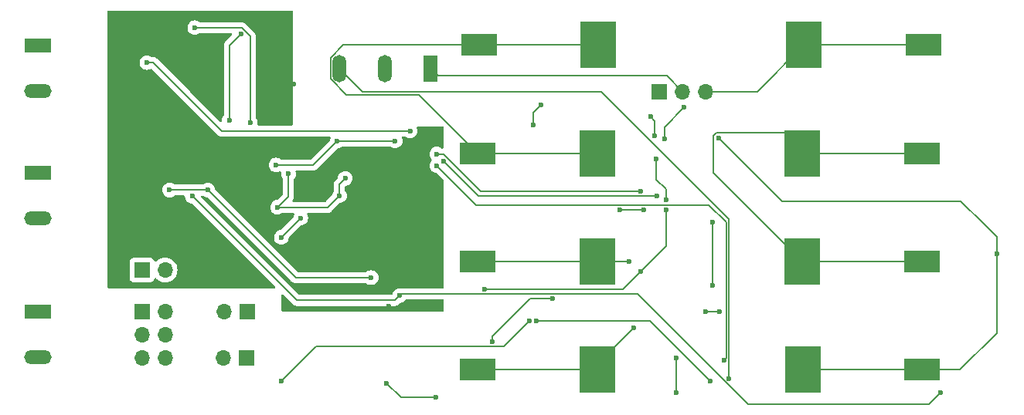
<source format=gbl>
G04 #@! TF.GenerationSoftware,KiCad,Pcbnew,7.0.7*
G04 #@! TF.CreationDate,2023-10-14T20:38:56-07:00*
G04 #@! TF.ProjectId,Soil Power Sensor,536f696c-2050-46f7-9765-722053656e73,2.1.0*
G04 #@! TF.SameCoordinates,Original*
G04 #@! TF.FileFunction,Copper,L2,Bot*
G04 #@! TF.FilePolarity,Positive*
%FSLAX46Y46*%
G04 Gerber Fmt 4.6, Leading zero omitted, Abs format (unit mm)*
G04 Created by KiCad (PCBNEW 7.0.7) date 2023-10-14 20:38:56*
%MOMM*%
%LPD*%
G01*
G04 APERTURE LIST*
G04 #@! TA.AperFunction,ComponentPad*
%ADD10R,1.700000X1.700000*%
G04 #@! TD*
G04 #@! TA.AperFunction,ComponentPad*
%ADD11O,1.700000X1.700000*%
G04 #@! TD*
G04 #@! TA.AperFunction,ComponentPad*
%ADD12O,3.000000X1.500000*%
G04 #@! TD*
G04 #@! TA.AperFunction,ComponentPad*
%ADD13R,3.000000X1.500000*%
G04 #@! TD*
G04 #@! TA.AperFunction,ComponentPad*
%ADD14R,1.500000X3.000000*%
G04 #@! TD*
G04 #@! TA.AperFunction,ComponentPad*
%ADD15O,1.500000X3.000000*%
G04 #@! TD*
G04 #@! TA.AperFunction,SMDPad,CuDef*
%ADD16R,3.962400X2.336800*%
G04 #@! TD*
G04 #@! TA.AperFunction,SMDPad,CuDef*
%ADD17R,3.962400X5.080000*%
G04 #@! TD*
G04 #@! TA.AperFunction,ViaPad*
%ADD18C,0.600000*%
G04 #@! TD*
G04 #@! TA.AperFunction,Conductor*
%ADD19C,0.200000*%
G04 #@! TD*
G04 APERTURE END LIST*
D10*
X146045000Y-82565000D03*
D11*
X148585000Y-82565000D03*
X146045000Y-85105000D03*
X148585000Y-85105000D03*
X146045000Y-87645000D03*
X148585000Y-87645000D03*
D12*
X134620000Y-58340000D03*
D13*
X134620000Y-53340000D03*
D11*
X148540000Y-78000000D03*
D10*
X146000000Y-78000000D03*
D11*
X154940000Y-87630000D03*
D10*
X157480000Y-87630000D03*
D11*
X155000000Y-82550000D03*
D10*
X157540000Y-82550000D03*
D11*
X207772000Y-58420000D03*
X205232000Y-58420000D03*
D10*
X202692000Y-58420000D03*
D14*
X177640000Y-55880000D03*
D15*
X172640000Y-55880000D03*
X167640000Y-55880000D03*
D13*
X134620000Y-82550000D03*
D12*
X134620000Y-87550000D03*
D13*
X134620000Y-67310000D03*
D12*
X134620000Y-72310000D03*
D16*
X231444800Y-77068860D03*
D17*
X218363800Y-77068860D03*
X195859400Y-77068860D03*
D16*
X182778400Y-77068860D03*
X231597669Y-53327873D03*
D17*
X218516669Y-53327873D03*
X196012269Y-53327873D03*
D16*
X182931269Y-53327873D03*
X182790882Y-88939353D03*
D17*
X195871882Y-88939353D03*
X218376282Y-88939353D03*
D16*
X231457282Y-88939353D03*
X182778400Y-65198367D03*
D17*
X195859400Y-65198367D03*
X218363800Y-65198367D03*
D16*
X231444800Y-65198367D03*
D18*
X151790000Y-51410000D03*
X198380000Y-71392500D03*
X160710000Y-66480000D03*
X200980000Y-71392500D03*
X208540000Y-79690000D03*
X157871500Y-61800000D03*
X167400000Y-63830000D03*
X208540000Y-72770000D03*
X173740000Y-63830000D03*
X146340000Y-57000000D03*
X172290000Y-80120000D03*
X239640000Y-76200000D03*
X209170000Y-63500000D03*
X202190000Y-63280000D03*
X162620000Y-57570000D03*
X143530000Y-65760000D03*
X150990000Y-77120000D03*
X201730000Y-61180000D03*
X144890000Y-60420000D03*
X144250000Y-75710000D03*
X153160000Y-53310000D03*
X173040000Y-81950000D03*
X162650000Y-63610000D03*
X178170000Y-62870000D03*
X188860000Y-62054500D03*
X204510000Y-91430000D03*
X159790000Y-58670000D03*
X204520000Y-87620000D03*
X178230000Y-92000000D03*
X189720000Y-59900000D03*
X172780000Y-90430000D03*
X171110000Y-78850000D03*
X149030000Y-69230000D03*
X153210000Y-69230000D03*
X175370000Y-62740000D03*
X146540000Y-55245000D03*
X203410000Y-71392500D03*
X183500000Y-80099000D03*
X203400000Y-70339500D03*
X202320000Y-65780000D03*
X203250000Y-63640000D03*
X200620000Y-78200000D03*
X205410000Y-60150000D03*
X161270000Y-74430000D03*
X163400000Y-72300000D03*
X167640000Y-69850000D03*
X160870000Y-71120000D03*
X162050000Y-67460000D03*
X168275000Y-67945000D03*
X209250000Y-82580000D03*
X207720000Y-82580000D03*
X155575000Y-61595000D03*
X156845000Y-52070000D03*
X189230000Y-83566000D03*
X208280000Y-90170000D03*
X233500000Y-91440000D03*
X151520000Y-69900000D03*
X174220000Y-80820000D03*
X202419000Y-69869000D03*
X179070000Y-66040000D03*
X178308000Y-65278000D03*
X200660000Y-69342000D03*
X184404000Y-85852000D03*
X190987208Y-81152500D03*
X199390000Y-77090000D03*
X199870000Y-84320000D03*
X210312000Y-89916000D03*
X188468000Y-83566000D03*
X161290000Y-90170000D03*
X178308000Y-66548000D03*
X209804000Y-87884000D03*
D19*
X164750000Y-66480000D02*
X167400000Y-63830000D01*
X208540000Y-79690000D02*
X208540000Y-72770000D01*
X160710000Y-66480000D02*
X164750000Y-66480000D01*
X157890000Y-61550000D02*
X157890000Y-61781500D01*
X167400000Y-63830000D02*
X173740000Y-63830000D01*
X157890000Y-61550000D02*
X157890000Y-52369709D01*
X156930291Y-51410000D02*
X151790000Y-51410000D01*
X157890000Y-52369709D02*
X156930291Y-51410000D01*
X157890000Y-61781500D02*
X157871500Y-61800000D01*
X200980000Y-71392500D02*
X198380000Y-71392500D01*
X231457282Y-88939353D02*
X235630647Y-88939353D01*
X188860000Y-60760000D02*
X189720000Y-59900000D01*
X217640000Y-70440000D02*
X216110000Y-70440000D01*
X202190000Y-63280000D02*
X202190000Y-61640000D01*
X239640000Y-74350000D02*
X238280000Y-72990000D01*
X239640000Y-76200000D02*
X239640000Y-74350000D01*
X178230000Y-92000000D02*
X174350000Y-92000000D01*
X174350000Y-92000000D02*
X172780000Y-90430000D01*
X188860000Y-62054500D02*
X188860000Y-60760000D01*
X218376282Y-88939353D02*
X231457282Y-88939353D01*
X235730000Y-70440000D02*
X217640000Y-70440000D01*
X204510000Y-91430000D02*
X204510000Y-87630000D01*
X239640000Y-84930000D02*
X239640000Y-76200000D01*
X238280000Y-72990000D02*
X235730000Y-70440000D01*
X204510000Y-87630000D02*
X204520000Y-87620000D01*
X160890000Y-57570000D02*
X159790000Y-58670000D01*
X235630647Y-88939353D02*
X239640000Y-84930000D01*
X162620000Y-57570000D02*
X160890000Y-57570000D01*
X216110000Y-70440000D02*
X209170000Y-63500000D01*
X202190000Y-61640000D02*
X201730000Y-61180000D01*
X162840000Y-78850000D02*
X171110000Y-78850000D01*
X153220000Y-69230000D02*
X162840000Y-78850000D01*
X149030000Y-69230000D02*
X153210000Y-69230000D01*
X153210000Y-69230000D02*
X153220000Y-69230000D01*
X154730000Y-62740000D02*
X175370000Y-62740000D01*
X146540000Y-55245000D02*
X147235000Y-55245000D01*
X147235000Y-55245000D02*
X154730000Y-62740000D01*
X205410000Y-60150000D02*
X203250000Y-62310000D01*
X198721000Y-80099000D02*
X200620000Y-78200000D01*
X203410000Y-71392500D02*
X203410000Y-75410000D01*
X202320000Y-68070000D02*
X203400000Y-69150000D01*
X203410000Y-75410000D02*
X200620000Y-78200000D01*
X202320000Y-65780000D02*
X202320000Y-68070000D01*
X178440000Y-56680000D02*
X177640000Y-55880000D01*
X205232000Y-58420000D02*
X203492000Y-56680000D01*
X203400000Y-69150000D02*
X203400000Y-70339500D01*
X203492000Y-56680000D02*
X178440000Y-56680000D01*
X183500000Y-80099000D02*
X198721000Y-80099000D01*
X203250000Y-62310000D02*
X203250000Y-63640000D01*
X161270000Y-74430000D02*
X163400000Y-72300000D01*
X160870000Y-71120000D02*
X162050000Y-69940000D01*
X160870000Y-71120000D02*
X160880000Y-71130000D01*
X160880000Y-71130000D02*
X166360000Y-71130000D01*
X166360000Y-71130000D02*
X167640000Y-69850000D01*
X168275000Y-67945000D02*
X167640000Y-68580000D01*
X162050000Y-69940000D02*
X162050000Y-67460000D01*
X167640000Y-68580000D02*
X167640000Y-69850000D01*
X207720000Y-82580000D02*
X209250000Y-82580000D01*
X231597669Y-53327873D02*
X218516669Y-53327873D01*
X207772000Y-58420000D02*
X213424542Y-58420000D01*
X213424542Y-58420000D02*
X218516669Y-53327873D01*
X155575000Y-53340000D02*
X156845000Y-52070000D01*
X155575000Y-61595000D02*
X155575000Y-53340000D01*
X189230000Y-83566000D02*
X201676000Y-83566000D01*
X201676000Y-83566000D02*
X208280000Y-90170000D01*
X200276209Y-80625500D02*
X212390709Y-92740000D01*
X174414500Y-80625500D02*
X200276209Y-80625500D01*
X174220000Y-80820000D02*
X173690000Y-81350000D01*
X232200000Y-92740000D02*
X233500000Y-91440000D01*
X212390709Y-92740000D02*
X232200000Y-92740000D01*
X173690000Y-81350000D02*
X162970000Y-81350000D01*
X174220000Y-80820000D02*
X174414500Y-80625500D01*
X162970000Y-81350000D02*
X151520000Y-69900000D01*
X183896000Y-69850000D02*
X183915000Y-69869000D01*
X202438000Y-69850000D02*
X202419000Y-69869000D01*
X179070000Y-66040000D02*
X182880000Y-69850000D01*
X183915000Y-69869000D02*
X202419000Y-69869000D01*
X182880000Y-69850000D02*
X183896000Y-69850000D01*
X178308000Y-65278000D02*
X179053291Y-65278000D01*
X179597000Y-65827000D02*
X183112000Y-69342000D01*
X183112000Y-69342000D02*
X200660000Y-69342000D01*
X179053291Y-65278000D02*
X179597000Y-65821709D01*
X179597000Y-65821709D02*
X179597000Y-65827000D01*
X188507500Y-81152500D02*
X184404000Y-85256000D01*
X190987208Y-81152500D02*
X188507500Y-81152500D01*
X184404000Y-85256000D02*
X184404000Y-85852000D01*
X182790882Y-88939353D02*
X195871882Y-88939353D01*
X199390000Y-77090000D02*
X199368860Y-77068860D01*
X195859400Y-77068860D02*
X182778400Y-77068860D01*
X195871882Y-88939353D02*
X195871882Y-88318118D01*
X195871882Y-88318118D02*
X199870000Y-84320000D01*
X199368860Y-77068860D02*
X195859400Y-77068860D01*
X218363800Y-65198367D02*
X218363800Y-64639567D01*
X218363800Y-64639567D02*
X216697233Y-62973000D01*
X216697233Y-62973000D02*
X208951709Y-62973000D01*
X218363800Y-65198367D02*
X231444800Y-65198367D01*
X208610000Y-67315060D02*
X218363800Y-77068860D01*
X218363800Y-77068860D02*
X231444800Y-77068860D01*
X208951709Y-62973000D02*
X208610000Y-63314709D01*
X208610000Y-63314709D02*
X208610000Y-67315060D01*
X176327033Y-58747000D02*
X168375313Y-58747000D01*
X168060440Y-53327873D02*
X182931269Y-53327873D01*
X182931269Y-53327873D02*
X196012269Y-53327873D01*
X166663000Y-54725313D02*
X168060440Y-53327873D01*
X182778400Y-65198367D02*
X176327033Y-58747000D01*
X166663000Y-57034687D02*
X166663000Y-54725313D01*
X168375313Y-58747000D02*
X166663000Y-57034687D01*
X182778400Y-65198367D02*
X195859400Y-65198367D01*
X196342000Y-58420000D02*
X170180000Y-58420000D01*
X210331000Y-89897000D02*
X210331000Y-72409000D01*
X210312000Y-89916000D02*
X210331000Y-89897000D01*
X170180000Y-58420000D02*
X167640000Y-55880000D01*
X210331000Y-72409000D02*
X196342000Y-58420000D01*
X165081000Y-86379000D02*
X185655000Y-86379000D01*
X161290000Y-90170000D02*
X165081000Y-86379000D01*
X185655000Y-86379000D02*
X188468000Y-83566000D01*
X208114805Y-70866000D02*
X182626000Y-70866000D01*
X210004000Y-72755195D02*
X208114805Y-70866000D01*
X182626000Y-70866000D02*
X178308000Y-66548000D01*
X209804000Y-87884000D02*
X210004000Y-87684000D01*
X210004000Y-87684000D02*
X210004000Y-72755195D01*
G04 #@! TA.AperFunction,Conductor*
G36*
X161495203Y-80724883D02*
G01*
X161501666Y-80730901D01*
X162008502Y-81237737D01*
X162514669Y-81743904D01*
X162520020Y-81750005D01*
X162541718Y-81778282D01*
X162644480Y-81857134D01*
X162667159Y-81874536D01*
X162813238Y-81935044D01*
X162891618Y-81945363D01*
X162969999Y-81955682D01*
X162970000Y-81955682D01*
X163005329Y-81951030D01*
X163013428Y-81950500D01*
X173646572Y-81950500D01*
X173654670Y-81951030D01*
X173690000Y-81955682D01*
X173690001Y-81955682D01*
X173742253Y-81948802D01*
X173846762Y-81935044D01*
X173992841Y-81874536D01*
X174015520Y-81857134D01*
X174118282Y-81778282D01*
X174139983Y-81749999D01*
X174145311Y-81743922D01*
X174238535Y-81650698D01*
X174299856Y-81617215D01*
X174312311Y-81615163D01*
X174399255Y-81605368D01*
X174569522Y-81545789D01*
X174722262Y-81449816D01*
X174849816Y-81322262D01*
X174849820Y-81322256D01*
X174873841Y-81284028D01*
X174926175Y-81237737D01*
X174978834Y-81226000D01*
X178946000Y-81226000D01*
X179013039Y-81245685D01*
X179058794Y-81298489D01*
X179070000Y-81350000D01*
X179070000Y-82426000D01*
X179050315Y-82493039D01*
X178997511Y-82538794D01*
X178946000Y-82550000D01*
X161414000Y-82550000D01*
X161346961Y-82530315D01*
X161301206Y-82477511D01*
X161290000Y-82426000D01*
X161290000Y-80818596D01*
X161309685Y-80751557D01*
X161362489Y-80705802D01*
X161431647Y-80695858D01*
X161495203Y-80724883D01*
G37*
G04 #@! TD.AperFunction*
G04 #@! TA.AperFunction,Conductor*
G36*
X162503039Y-49549685D02*
G01*
X162548794Y-49602489D01*
X162560000Y-49654000D01*
X162560000Y-62015500D01*
X162540315Y-62082539D01*
X162487511Y-62128294D01*
X162436000Y-62139500D01*
X158775558Y-62139500D01*
X158708519Y-62119815D01*
X158662764Y-62067011D01*
X158652820Y-61997853D01*
X158655685Y-61986130D01*
X158655318Y-61986047D01*
X158656869Y-61979249D01*
X158677065Y-61800003D01*
X158677065Y-61799996D01*
X158656869Y-61620750D01*
X158656868Y-61620745D01*
X158597288Y-61450476D01*
X158509506Y-61310772D01*
X158490500Y-61244800D01*
X158490500Y-52413136D01*
X158491031Y-52405035D01*
X158495682Y-52369709D01*
X158495682Y-52369707D01*
X158475044Y-52212948D01*
X158475044Y-52212947D01*
X158414536Y-52066868D01*
X158414535Y-52066867D01*
X158414535Y-52066866D01*
X158341463Y-51971636D01*
X158341448Y-51971618D01*
X158318281Y-51941426D01*
X158290013Y-51919735D01*
X158283917Y-51914390D01*
X157385611Y-51016085D01*
X157380271Y-51009995D01*
X157358573Y-50981718D01*
X157233132Y-50885464D01*
X157087053Y-50824956D01*
X157087051Y-50824955D01*
X156969652Y-50809500D01*
X156930291Y-50804318D01*
X156894961Y-50808969D01*
X156886863Y-50809500D01*
X152372412Y-50809500D01*
X152305373Y-50789815D01*
X152295097Y-50782445D01*
X152292263Y-50780185D01*
X152292263Y-50780184D01*
X152292262Y-50780184D01*
X152235496Y-50744515D01*
X152139523Y-50684211D01*
X151969254Y-50624631D01*
X151969249Y-50624630D01*
X151790004Y-50604435D01*
X151789996Y-50604435D01*
X151610750Y-50624630D01*
X151610745Y-50624631D01*
X151440476Y-50684211D01*
X151287737Y-50780184D01*
X151160184Y-50907737D01*
X151064211Y-51060476D01*
X151004631Y-51230745D01*
X151004630Y-51230750D01*
X150984435Y-51409996D01*
X150984435Y-51410003D01*
X151004630Y-51589249D01*
X151004631Y-51589254D01*
X151064211Y-51759523D01*
X151160183Y-51912261D01*
X151160184Y-51912262D01*
X151287738Y-52039816D01*
X151440478Y-52135789D01*
X151610744Y-52195368D01*
X151610745Y-52195368D01*
X151610750Y-52195369D01*
X151789996Y-52215565D01*
X151790000Y-52215565D01*
X151790004Y-52215565D01*
X151969249Y-52195369D01*
X151969252Y-52195368D01*
X151969255Y-52195368D01*
X152139522Y-52135789D01*
X152292262Y-52039816D01*
X152292267Y-52039810D01*
X152295097Y-52037555D01*
X152297275Y-52036665D01*
X152298158Y-52036111D01*
X152298255Y-52036265D01*
X152359783Y-52011145D01*
X152372412Y-52010500D01*
X155755902Y-52010500D01*
X155822941Y-52030185D01*
X155868696Y-52082989D01*
X155878640Y-52152147D01*
X155849615Y-52215703D01*
X155843583Y-52222181D01*
X155181096Y-52884668D01*
X155174994Y-52890019D01*
X155146720Y-52911715D01*
X155146717Y-52911718D01*
X155146718Y-52911718D01*
X155097860Y-52975391D01*
X155074161Y-53006275D01*
X155050464Y-53037158D01*
X154989956Y-53183237D01*
X154989955Y-53183239D01*
X154969318Y-53339998D01*
X154969318Y-53340000D01*
X154973969Y-53375326D01*
X154974500Y-53383427D01*
X154974500Y-61012587D01*
X154954815Y-61079626D01*
X154947450Y-61089896D01*
X154945186Y-61092734D01*
X154849211Y-61245476D01*
X154789631Y-61415745D01*
X154789630Y-61415750D01*
X154769435Y-61594996D01*
X154769435Y-61595005D01*
X154772321Y-61620622D01*
X154760266Y-61689444D01*
X154712916Y-61740822D01*
X154645306Y-61758446D01*
X154578900Y-61736719D01*
X154561420Y-61722185D01*
X151259235Y-58420000D01*
X147690320Y-54851085D01*
X147684980Y-54844995D01*
X147663282Y-54816718D01*
X147537841Y-54720464D01*
X147391762Y-54659956D01*
X147391760Y-54659955D01*
X147274361Y-54644500D01*
X147235000Y-54639318D01*
X147199670Y-54643969D01*
X147191572Y-54644500D01*
X147122412Y-54644500D01*
X147055373Y-54624815D01*
X147045097Y-54617445D01*
X147042263Y-54615185D01*
X147042263Y-54615184D01*
X147042262Y-54615184D01*
X146968046Y-54568551D01*
X146889523Y-54519211D01*
X146719254Y-54459631D01*
X146719249Y-54459630D01*
X146540004Y-54439435D01*
X146539996Y-54439435D01*
X146360750Y-54459630D01*
X146360745Y-54459631D01*
X146190476Y-54519211D01*
X146037737Y-54615184D01*
X145910184Y-54742737D01*
X145814211Y-54895476D01*
X145754631Y-55065745D01*
X145754630Y-55065750D01*
X145734435Y-55244996D01*
X145734435Y-55245003D01*
X145754630Y-55424249D01*
X145754631Y-55424254D01*
X145814211Y-55594523D01*
X145899272Y-55729895D01*
X145910184Y-55747262D01*
X146037738Y-55874816D01*
X146190478Y-55970789D01*
X146359993Y-56030105D01*
X146360745Y-56030368D01*
X146360750Y-56030369D01*
X146539996Y-56050565D01*
X146540000Y-56050565D01*
X146540004Y-56050565D01*
X146719249Y-56030369D01*
X146719252Y-56030368D01*
X146719255Y-56030368D01*
X146889522Y-55970789D01*
X146942149Y-55937720D01*
X147009381Y-55918721D01*
X147076216Y-55939088D01*
X147095799Y-55955034D01*
X154274669Y-63133904D01*
X154280022Y-63140007D01*
X154301718Y-63168283D01*
X154343294Y-63200184D01*
X154427159Y-63264536D01*
X154427162Y-63264537D01*
X154427163Y-63264538D01*
X154500198Y-63294790D01*
X154573238Y-63325044D01*
X154651619Y-63335363D01*
X154729999Y-63345682D01*
X154730000Y-63345682D01*
X154765329Y-63341030D01*
X154773428Y-63340500D01*
X166548429Y-63340500D01*
X166615468Y-63360185D01*
X166661223Y-63412989D01*
X166671167Y-63482147D01*
X166665471Y-63505454D01*
X166614630Y-63650750D01*
X166604837Y-63737668D01*
X166577770Y-63802082D01*
X166569298Y-63811465D01*
X164537584Y-65843181D01*
X164476261Y-65876666D01*
X164449903Y-65879500D01*
X161292412Y-65879500D01*
X161225373Y-65859815D01*
X161215097Y-65852445D01*
X161212263Y-65850185D01*
X161212263Y-65850184D01*
X161212262Y-65850184D01*
X161138839Y-65804049D01*
X161059523Y-65754211D01*
X160889254Y-65694631D01*
X160889249Y-65694630D01*
X160710004Y-65674435D01*
X160709996Y-65674435D01*
X160530750Y-65694630D01*
X160530745Y-65694631D01*
X160360476Y-65754211D01*
X160207737Y-65850184D01*
X160080184Y-65977737D01*
X159984211Y-66130476D01*
X159924631Y-66300745D01*
X159924630Y-66300750D01*
X159904435Y-66479996D01*
X159904435Y-66480003D01*
X159924630Y-66659249D01*
X159924631Y-66659254D01*
X159984211Y-66829523D01*
X160012099Y-66873906D01*
X160080184Y-66982262D01*
X160207738Y-67109816D01*
X160287018Y-67159631D01*
X160348675Y-67198373D01*
X160360478Y-67205789D01*
X160530745Y-67265368D01*
X160530750Y-67265369D01*
X160709996Y-67285565D01*
X160710000Y-67285565D01*
X160710004Y-67285565D01*
X160889249Y-67265369D01*
X160889252Y-67265368D01*
X160889255Y-67265368D01*
X161059522Y-67205789D01*
X161069151Y-67199739D01*
X161071325Y-67198373D01*
X161138561Y-67179372D01*
X161205396Y-67199739D01*
X161250611Y-67253006D01*
X161260518Y-67317249D01*
X161244435Y-67459995D01*
X161244435Y-67460003D01*
X161264630Y-67639249D01*
X161264631Y-67639254D01*
X161324211Y-67809523D01*
X161351321Y-67852668D01*
X161409339Y-67945003D01*
X161420185Y-67962263D01*
X161422445Y-67965097D01*
X161423334Y-67967275D01*
X161423889Y-67968158D01*
X161423734Y-67968255D01*
X161448855Y-68029783D01*
X161449500Y-68042412D01*
X161449500Y-69639902D01*
X161429815Y-69706941D01*
X161413181Y-69727583D01*
X160851465Y-70289298D01*
X160790142Y-70322783D01*
X160777668Y-70324837D01*
X160690750Y-70334630D01*
X160520478Y-70394210D01*
X160367737Y-70490184D01*
X160240184Y-70617737D01*
X160144211Y-70770476D01*
X160084631Y-70940745D01*
X160084630Y-70940750D01*
X160064435Y-71119996D01*
X160064435Y-71120003D01*
X160084630Y-71299249D01*
X160084631Y-71299254D01*
X160144211Y-71469523D01*
X160199983Y-71558283D01*
X160240184Y-71622262D01*
X160367738Y-71749816D01*
X160520478Y-71845789D01*
X160595805Y-71872147D01*
X160690745Y-71905368D01*
X160690750Y-71905369D01*
X160869996Y-71925565D01*
X160870000Y-71925565D01*
X160870004Y-71925565D01*
X161049249Y-71905369D01*
X161049252Y-71905368D01*
X161049255Y-71905368D01*
X161219522Y-71845789D01*
X161372262Y-71749816D01*
X161372262Y-71749815D01*
X161372755Y-71749506D01*
X161438727Y-71730500D01*
X162588071Y-71730500D01*
X162655110Y-71750185D01*
X162700865Y-71802989D01*
X162710809Y-71872147D01*
X162693064Y-71920473D01*
X162674211Y-71950476D01*
X162614630Y-72120750D01*
X162604837Y-72207668D01*
X162577770Y-72272082D01*
X162569298Y-72281465D01*
X161251465Y-73599298D01*
X161190142Y-73632783D01*
X161177668Y-73634837D01*
X161090750Y-73644630D01*
X160920478Y-73704210D01*
X160767737Y-73800184D01*
X160640184Y-73927737D01*
X160544211Y-74080476D01*
X160484631Y-74250745D01*
X160484630Y-74250750D01*
X160464435Y-74429996D01*
X160464435Y-74430003D01*
X160484630Y-74609249D01*
X160484631Y-74609254D01*
X160544211Y-74779523D01*
X160640183Y-74932262D01*
X160640184Y-74932262D01*
X160767738Y-75059816D01*
X160920478Y-75155789D01*
X161090745Y-75215367D01*
X161090745Y-75215368D01*
X161090750Y-75215369D01*
X161269996Y-75235565D01*
X161270000Y-75235565D01*
X161270004Y-75235565D01*
X161449249Y-75215369D01*
X161449252Y-75215368D01*
X161449255Y-75215368D01*
X161619522Y-75155789D01*
X161772262Y-75059816D01*
X161899816Y-74932262D01*
X161995789Y-74779522D01*
X162055368Y-74609255D01*
X162065161Y-74522329D01*
X162092226Y-74457918D01*
X162100690Y-74448543D01*
X163418535Y-73130698D01*
X163479856Y-73097215D01*
X163492311Y-73095163D01*
X163579255Y-73085368D01*
X163749522Y-73025789D01*
X163902262Y-72929816D01*
X164029816Y-72802262D01*
X164125789Y-72649522D01*
X164185368Y-72479255D01*
X164205565Y-72300000D01*
X164202419Y-72272082D01*
X164185369Y-72120750D01*
X164185368Y-72120745D01*
X164125788Y-71950475D01*
X164106936Y-71920473D01*
X164087935Y-71853236D01*
X164108302Y-71786401D01*
X164161570Y-71741186D01*
X164211929Y-71730500D01*
X166316572Y-71730500D01*
X166324670Y-71731030D01*
X166360000Y-71735682D01*
X166360001Y-71735682D01*
X166412253Y-71728802D01*
X166516762Y-71715044D01*
X166662841Y-71654536D01*
X166704901Y-71622262D01*
X166788282Y-71558282D01*
X166809983Y-71529999D01*
X166815311Y-71523922D01*
X167658535Y-70680698D01*
X167719856Y-70647215D01*
X167732311Y-70645163D01*
X167819255Y-70635368D01*
X167989522Y-70575789D01*
X168142262Y-70479816D01*
X168269816Y-70352262D01*
X168365789Y-70199522D01*
X168425368Y-70029255D01*
X168425369Y-70029249D01*
X168445565Y-69850003D01*
X168445565Y-69849996D01*
X168425369Y-69670750D01*
X168425368Y-69670745D01*
X168365788Y-69500476D01*
X168269813Y-69347734D01*
X168267550Y-69344896D01*
X168266659Y-69342715D01*
X168266111Y-69341842D01*
X168266264Y-69341745D01*
X168241144Y-69280209D01*
X168240500Y-69267587D01*
X168240500Y-68880097D01*
X168260185Y-68813058D01*
X168276819Y-68792416D01*
X168293535Y-68775700D01*
X168354858Y-68742215D01*
X168367315Y-68740163D01*
X168454255Y-68730368D01*
X168624522Y-68670789D01*
X168777262Y-68574816D01*
X168904816Y-68447262D01*
X169000789Y-68294522D01*
X169060368Y-68124255D01*
X169060519Y-68122916D01*
X169080565Y-67945003D01*
X169080565Y-67944996D01*
X169060369Y-67765750D01*
X169060368Y-67765745D01*
X169000788Y-67595476D01*
X168904815Y-67442737D01*
X168777262Y-67315184D01*
X168624523Y-67219211D01*
X168454254Y-67159631D01*
X168454249Y-67159630D01*
X168275004Y-67139435D01*
X168274996Y-67139435D01*
X168095750Y-67159630D01*
X168095745Y-67159631D01*
X167925476Y-67219211D01*
X167772737Y-67315184D01*
X167645184Y-67442737D01*
X167549210Y-67595478D01*
X167489630Y-67765750D01*
X167479837Y-67852668D01*
X167452770Y-67917082D01*
X167444298Y-67926465D01*
X167246096Y-68124668D01*
X167239994Y-68130019D01*
X167211716Y-68151718D01*
X167136670Y-68249523D01*
X167115462Y-68277162D01*
X167115461Y-68277163D01*
X167054957Y-68423234D01*
X167054955Y-68423239D01*
X167035000Y-68574816D01*
X167034318Y-68580000D01*
X167036975Y-68600185D01*
X167038969Y-68615326D01*
X167039500Y-68623427D01*
X167039500Y-69267587D01*
X167019815Y-69334626D01*
X167012450Y-69344896D01*
X167010186Y-69347734D01*
X166914210Y-69500478D01*
X166854630Y-69670750D01*
X166844837Y-69757668D01*
X166817770Y-69822082D01*
X166809298Y-69831465D01*
X166147584Y-70493181D01*
X166086261Y-70526666D01*
X166059903Y-70529500D01*
X162606022Y-70529500D01*
X162538983Y-70509815D01*
X162493228Y-70457011D01*
X162483284Y-70387853D01*
X162507646Y-70330014D01*
X162569409Y-70249523D01*
X162574536Y-70242841D01*
X162635044Y-70096762D01*
X162650500Y-69979361D01*
X162655682Y-69940000D01*
X162651030Y-69904669D01*
X162650500Y-69896571D01*
X162650500Y-68042412D01*
X162670185Y-67975373D01*
X162677555Y-67965097D01*
X162679810Y-67962267D01*
X162679816Y-67962262D01*
X162775789Y-67809522D01*
X162835368Y-67639255D01*
X162835369Y-67639249D01*
X162855565Y-67460003D01*
X162855565Y-67459996D01*
X162835369Y-67280750D01*
X162835367Y-67280740D01*
X162823020Y-67245456D01*
X162819457Y-67175677D01*
X162854186Y-67115049D01*
X162916179Y-67082822D01*
X162940061Y-67080500D01*
X164706572Y-67080500D01*
X164714670Y-67081030D01*
X164750000Y-67085682D01*
X164750001Y-67085682D01*
X164802254Y-67078802D01*
X164906762Y-67065044D01*
X165052841Y-67004536D01*
X165081869Y-66982262D01*
X165178282Y-66908282D01*
X165199983Y-66879999D01*
X165205311Y-66873922D01*
X167418535Y-64660698D01*
X167479856Y-64627215D01*
X167492311Y-64625163D01*
X167579255Y-64615368D01*
X167749522Y-64555789D01*
X167902262Y-64459816D01*
X167902267Y-64459810D01*
X167905097Y-64457555D01*
X167907275Y-64456665D01*
X167908158Y-64456111D01*
X167908255Y-64456265D01*
X167969783Y-64431145D01*
X167982412Y-64430500D01*
X173157588Y-64430500D01*
X173224627Y-64450185D01*
X173234903Y-64457555D01*
X173237736Y-64459814D01*
X173237738Y-64459816D01*
X173351270Y-64531152D01*
X173384783Y-64552211D01*
X173390478Y-64555789D01*
X173560742Y-64615367D01*
X173560745Y-64615368D01*
X173560750Y-64615369D01*
X173739996Y-64635565D01*
X173740000Y-64635565D01*
X173740004Y-64635565D01*
X173919249Y-64615369D01*
X173919252Y-64615368D01*
X173919255Y-64615368D01*
X174089522Y-64555789D01*
X174242262Y-64459816D01*
X174369816Y-64332262D01*
X174465789Y-64179522D01*
X174525368Y-64009255D01*
X174545565Y-63830000D01*
X174542419Y-63802082D01*
X174525369Y-63650750D01*
X174525367Y-63650742D01*
X174474529Y-63505454D01*
X174470968Y-63435676D01*
X174505697Y-63375048D01*
X174567690Y-63342821D01*
X174591571Y-63340500D01*
X174787588Y-63340500D01*
X174854627Y-63360185D01*
X174864903Y-63367555D01*
X174867736Y-63369814D01*
X174867738Y-63369816D01*
X175020478Y-63465789D01*
X175133834Y-63505454D01*
X175190745Y-63525368D01*
X175190750Y-63525369D01*
X175369996Y-63545565D01*
X175370000Y-63545565D01*
X175370004Y-63545565D01*
X175549249Y-63525369D01*
X175549252Y-63525368D01*
X175549255Y-63525368D01*
X175719522Y-63465789D01*
X175872262Y-63369816D01*
X175999816Y-63242262D01*
X176095789Y-63089522D01*
X176155368Y-62919255D01*
X176175565Y-62740000D01*
X176155368Y-62560745D01*
X176155367Y-62560742D01*
X176097356Y-62394954D01*
X176093795Y-62325176D01*
X176128524Y-62264548D01*
X176190517Y-62232321D01*
X176214398Y-62230000D01*
X178909436Y-62230000D01*
X178976475Y-62249685D01*
X178997116Y-62266318D01*
X179033681Y-62302883D01*
X179067166Y-62364203D01*
X179070000Y-62390563D01*
X179070000Y-64553500D01*
X179050315Y-64620539D01*
X178997511Y-64666294D01*
X178946000Y-64677500D01*
X178890412Y-64677500D01*
X178823373Y-64657815D01*
X178813097Y-64650445D01*
X178810263Y-64648185D01*
X178810263Y-64648184D01*
X178810262Y-64648184D01*
X178753496Y-64612515D01*
X178657523Y-64552211D01*
X178487254Y-64492631D01*
X178487249Y-64492630D01*
X178308004Y-64472435D01*
X178307996Y-64472435D01*
X178128750Y-64492630D01*
X178128745Y-64492631D01*
X177958476Y-64552211D01*
X177805737Y-64648184D01*
X177678184Y-64775737D01*
X177582211Y-64928476D01*
X177522631Y-65098745D01*
X177522630Y-65098750D01*
X177502435Y-65277996D01*
X177502435Y-65278003D01*
X177522630Y-65457249D01*
X177522631Y-65457254D01*
X177582211Y-65627523D01*
X177678184Y-65780262D01*
X177678185Y-65780263D01*
X177723241Y-65825320D01*
X177756725Y-65886643D01*
X177751740Y-65956335D01*
X177723241Y-66000680D01*
X177678184Y-66045737D01*
X177582211Y-66198476D01*
X177522631Y-66368745D01*
X177522630Y-66368750D01*
X177502435Y-66547996D01*
X177502435Y-66548003D01*
X177522630Y-66727249D01*
X177522631Y-66727254D01*
X177582211Y-66897523D01*
X177678183Y-67050262D01*
X177678184Y-67050262D01*
X177805738Y-67177816D01*
X177958478Y-67273789D01*
X178128745Y-67333368D01*
X178215669Y-67343161D01*
X178280080Y-67370226D01*
X178289465Y-67378700D01*
X179033681Y-68122916D01*
X179067166Y-68184239D01*
X179070000Y-68210597D01*
X179070000Y-79901000D01*
X179050315Y-79968039D01*
X178997511Y-80013794D01*
X178946000Y-80025000D01*
X174457934Y-80025000D01*
X174449834Y-80024469D01*
X174414500Y-80019817D01*
X174414499Y-80019817D01*
X174361850Y-80026748D01*
X174331782Y-80027029D01*
X174220003Y-80014435D01*
X174219996Y-80014435D01*
X174040750Y-80034630D01*
X174040745Y-80034631D01*
X173870476Y-80094211D01*
X173717737Y-80190184D01*
X173590184Y-80317737D01*
X173494210Y-80470478D01*
X173434629Y-80640753D01*
X173433080Y-80647541D01*
X173431506Y-80647181D01*
X173407723Y-80703792D01*
X173350131Y-80743350D01*
X173311565Y-80749500D01*
X163270097Y-80749500D01*
X163203058Y-80729815D01*
X163182416Y-80713181D01*
X152511416Y-70042181D01*
X152477931Y-69980858D01*
X152482915Y-69911166D01*
X152524787Y-69855233D01*
X152590251Y-69830816D01*
X152599097Y-69830500D01*
X152627588Y-69830500D01*
X152694627Y-69850185D01*
X152704903Y-69857555D01*
X152707736Y-69859814D01*
X152707738Y-69859816D01*
X152860478Y-69955789D01*
X153030745Y-70015367D01*
X153030745Y-70015368D01*
X153030750Y-70015369D01*
X153128936Y-70026431D01*
X153193350Y-70053497D01*
X153202734Y-70061969D01*
X162384681Y-79243917D01*
X162390026Y-79250013D01*
X162411718Y-79278282D01*
X162431938Y-79293797D01*
X162441909Y-79301448D01*
X162441927Y-79301463D01*
X162537157Y-79374535D01*
X162537158Y-79374535D01*
X162537159Y-79374536D01*
X162683238Y-79435044D01*
X162761619Y-79445363D01*
X162839999Y-79455682D01*
X162840000Y-79455682D01*
X162875329Y-79451030D01*
X162883428Y-79450500D01*
X170527588Y-79450500D01*
X170594627Y-79470185D01*
X170604903Y-79477555D01*
X170607736Y-79479814D01*
X170607738Y-79479816D01*
X170760478Y-79575789D01*
X170930745Y-79635367D01*
X170930745Y-79635368D01*
X170930750Y-79635369D01*
X171109996Y-79655565D01*
X171110000Y-79655565D01*
X171110004Y-79655565D01*
X171289249Y-79635369D01*
X171289252Y-79635368D01*
X171289255Y-79635368D01*
X171459522Y-79575789D01*
X171612262Y-79479816D01*
X171739816Y-79352262D01*
X171835789Y-79199522D01*
X171895368Y-79029255D01*
X171910171Y-78897873D01*
X171915565Y-78850003D01*
X171915565Y-78849996D01*
X171895369Y-78670750D01*
X171895368Y-78670745D01*
X171835788Y-78500476D01*
X171739815Y-78347737D01*
X171612262Y-78220184D01*
X171459523Y-78124211D01*
X171289254Y-78064631D01*
X171289249Y-78064630D01*
X171110004Y-78044435D01*
X171109996Y-78044435D01*
X170930750Y-78064630D01*
X170930745Y-78064631D01*
X170760476Y-78124211D01*
X170607736Y-78220185D01*
X170604903Y-78222445D01*
X170602724Y-78223334D01*
X170601842Y-78223889D01*
X170601744Y-78223734D01*
X170540217Y-78248855D01*
X170527588Y-78249500D01*
X163140098Y-78249500D01*
X163073059Y-78229815D01*
X163052417Y-78213181D01*
X154039431Y-69200196D01*
X154005946Y-69138873D01*
X154003892Y-69126398D01*
X153995369Y-69050749D01*
X153995368Y-69050745D01*
X153935788Y-68880476D01*
X153880456Y-68792416D01*
X153839816Y-68727738D01*
X153712262Y-68600184D01*
X153712262Y-68600183D01*
X153559523Y-68504211D01*
X153389254Y-68444631D01*
X153389249Y-68444630D01*
X153210004Y-68424435D01*
X153209996Y-68424435D01*
X153030750Y-68444630D01*
X153030745Y-68444631D01*
X152860476Y-68504211D01*
X152707736Y-68600185D01*
X152704903Y-68602445D01*
X152702724Y-68603334D01*
X152701842Y-68603889D01*
X152701744Y-68603734D01*
X152640217Y-68628855D01*
X152627588Y-68629500D01*
X149612412Y-68629500D01*
X149545373Y-68609815D01*
X149535097Y-68602445D01*
X149532263Y-68600185D01*
X149532263Y-68600184D01*
X149532262Y-68600184D01*
X149475496Y-68564515D01*
X149379523Y-68504211D01*
X149209254Y-68444631D01*
X149209249Y-68444630D01*
X149030004Y-68424435D01*
X149029996Y-68424435D01*
X148850750Y-68444630D01*
X148850745Y-68444631D01*
X148680476Y-68504211D01*
X148527737Y-68600184D01*
X148400184Y-68727737D01*
X148304211Y-68880476D01*
X148244631Y-69050745D01*
X148244630Y-69050750D01*
X148224435Y-69229996D01*
X148224435Y-69230003D01*
X148244630Y-69409249D01*
X148244631Y-69409254D01*
X148304211Y-69579523D01*
X148361530Y-69670745D01*
X148400184Y-69732262D01*
X148527738Y-69859816D01*
X148680478Y-69955789D01*
X148850745Y-70015367D01*
X148850745Y-70015368D01*
X148850750Y-70015369D01*
X149029996Y-70035565D01*
X149030000Y-70035565D01*
X149030004Y-70035565D01*
X149209249Y-70015369D01*
X149209252Y-70015368D01*
X149209255Y-70015368D01*
X149379522Y-69955789D01*
X149532262Y-69859816D01*
X149532267Y-69859810D01*
X149535097Y-69857555D01*
X149537275Y-69856665D01*
X149538158Y-69856111D01*
X149538255Y-69856265D01*
X149599783Y-69831145D01*
X149612412Y-69830500D01*
X150595791Y-69830500D01*
X150662830Y-69850185D01*
X150708585Y-69902989D01*
X150719011Y-69940617D01*
X150734630Y-70079249D01*
X150734631Y-70079254D01*
X150794211Y-70249523D01*
X150881130Y-70387853D01*
X150890184Y-70402262D01*
X151017738Y-70529816D01*
X151170478Y-70625789D01*
X151340745Y-70685368D01*
X151427669Y-70695161D01*
X151492080Y-70722226D01*
X151501465Y-70730700D01*
X160569084Y-79798319D01*
X160602569Y-79859642D01*
X160597585Y-79929334D01*
X160555713Y-79985267D01*
X160490249Y-80009684D01*
X160481403Y-80010000D01*
X142364000Y-80010000D01*
X142296961Y-79990315D01*
X142251206Y-79937511D01*
X142240000Y-79886000D01*
X142240000Y-78897870D01*
X144649500Y-78897870D01*
X144649501Y-78897876D01*
X144655908Y-78957483D01*
X144706202Y-79092328D01*
X144706206Y-79092335D01*
X144792452Y-79207544D01*
X144792455Y-79207547D01*
X144907664Y-79293793D01*
X144907671Y-79293797D01*
X145042517Y-79344091D01*
X145042516Y-79344091D01*
X145049444Y-79344835D01*
X145102127Y-79350500D01*
X146897872Y-79350499D01*
X146957483Y-79344091D01*
X147092331Y-79293796D01*
X147207546Y-79207546D01*
X147293796Y-79092331D01*
X147342810Y-78960916D01*
X147384681Y-78904984D01*
X147450145Y-78880566D01*
X147518418Y-78895417D01*
X147546673Y-78916569D01*
X147668599Y-79038495D01*
X147765384Y-79106265D01*
X147862165Y-79174032D01*
X147862167Y-79174033D01*
X147862170Y-79174035D01*
X148076337Y-79273903D01*
X148304592Y-79335063D01*
X148481034Y-79350500D01*
X148539999Y-79355659D01*
X148540000Y-79355659D01*
X148540001Y-79355659D01*
X148598966Y-79350500D01*
X148775408Y-79335063D01*
X149003663Y-79273903D01*
X149217830Y-79174035D01*
X149411401Y-79038495D01*
X149578495Y-78871401D01*
X149714035Y-78677830D01*
X149813903Y-78463663D01*
X149875063Y-78235408D01*
X149895659Y-78000000D01*
X149875063Y-77764592D01*
X149813903Y-77536337D01*
X149714035Y-77322171D01*
X149578495Y-77128599D01*
X149578494Y-77128597D01*
X149411402Y-76961506D01*
X149411395Y-76961501D01*
X149217834Y-76825967D01*
X149217830Y-76825965D01*
X149217829Y-76825964D01*
X149003663Y-76726097D01*
X149003659Y-76726096D01*
X149003655Y-76726094D01*
X148775413Y-76664938D01*
X148775403Y-76664936D01*
X148540001Y-76644341D01*
X148539999Y-76644341D01*
X148304596Y-76664936D01*
X148304586Y-76664938D01*
X148076344Y-76726094D01*
X148076335Y-76726098D01*
X147862171Y-76825964D01*
X147862169Y-76825965D01*
X147668600Y-76961503D01*
X147546673Y-77083430D01*
X147485350Y-77116914D01*
X147415658Y-77111930D01*
X147359725Y-77070058D01*
X147342810Y-77039081D01*
X147293797Y-76907671D01*
X147293793Y-76907664D01*
X147207547Y-76792455D01*
X147207544Y-76792452D01*
X147092335Y-76706206D01*
X147092328Y-76706202D01*
X146957482Y-76655908D01*
X146957483Y-76655908D01*
X146897883Y-76649501D01*
X146897881Y-76649500D01*
X146897873Y-76649500D01*
X146897864Y-76649500D01*
X145102129Y-76649500D01*
X145102123Y-76649501D01*
X145042516Y-76655908D01*
X144907671Y-76706202D01*
X144907664Y-76706206D01*
X144792455Y-76792452D01*
X144792452Y-76792455D01*
X144706206Y-76907664D01*
X144706202Y-76907671D01*
X144655908Y-77042517D01*
X144649501Y-77102116D01*
X144649500Y-77102135D01*
X144649500Y-78897870D01*
X142240000Y-78897870D01*
X142240000Y-49654000D01*
X142259685Y-49586961D01*
X142312489Y-49541206D01*
X142364000Y-49530000D01*
X162436000Y-49530000D01*
X162503039Y-49549685D01*
G37*
G04 #@! TD.AperFunction*
M02*

</source>
